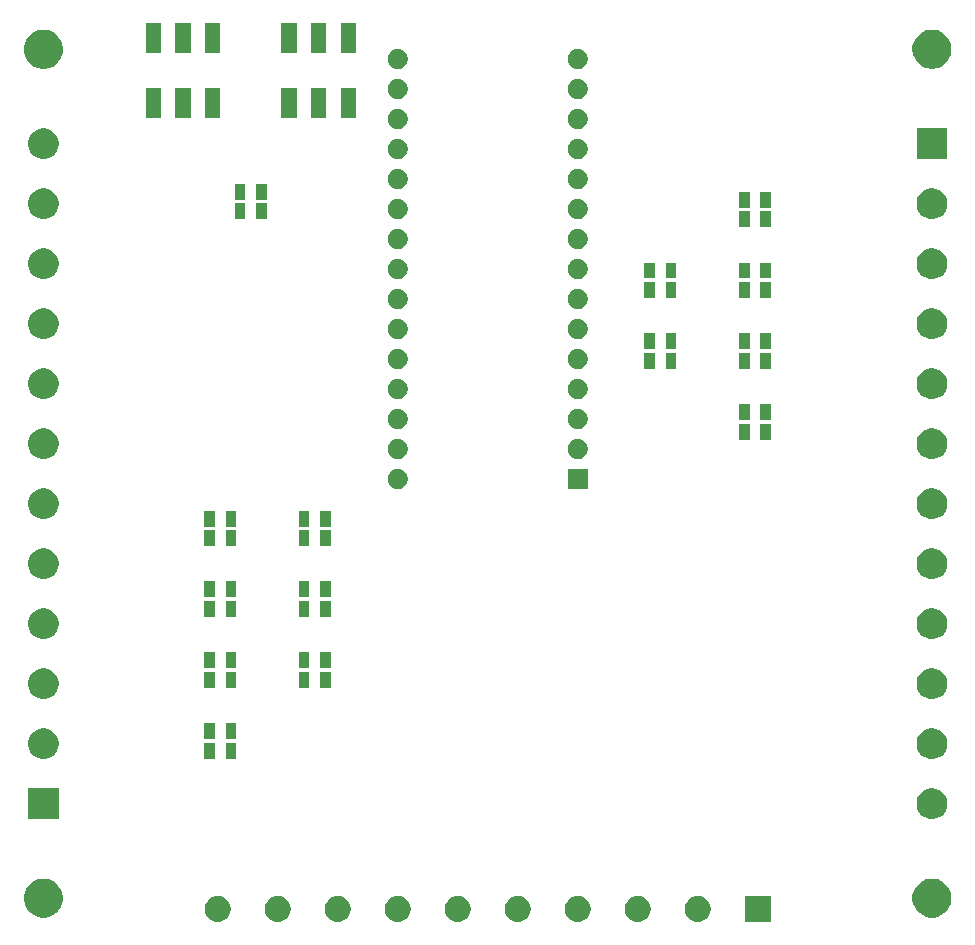
<source format=gbr>
G04 #@! TF.GenerationSoftware,KiCad,Pcbnew,(5.1.5)-3*
G04 #@! TF.CreationDate,2020-07-03T21:37:29-07:00*
G04 #@! TF.ProjectId,Arduino_control_board,41726475-696e-46f5-9f63-6f6e74726f6c,rev?*
G04 #@! TF.SameCoordinates,Original*
G04 #@! TF.FileFunction,Soldermask,Top*
G04 #@! TF.FilePolarity,Negative*
%FSLAX46Y46*%
G04 Gerber Fmt 4.6, Leading zero omitted, Abs format (unit mm)*
G04 Created by KiCad (PCBNEW (5.1.5)-3) date 2020-07-03 21:37:29*
%MOMM*%
%LPD*%
G04 APERTURE LIST*
%ADD10C,0.100000*%
G04 APERTURE END LIST*
D10*
G36*
X149734795Y-103145156D02*
G01*
X149841150Y-103166311D01*
X149941334Y-103207809D01*
X150041520Y-103249307D01*
X150221844Y-103369795D01*
X150375205Y-103523156D01*
X150495693Y-103703480D01*
X150578689Y-103903851D01*
X150621000Y-104116560D01*
X150621000Y-104333440D01*
X150578689Y-104546149D01*
X150495693Y-104746520D01*
X150375205Y-104926844D01*
X150221844Y-105080205D01*
X150041520Y-105200693D01*
X149841150Y-105283689D01*
X149734794Y-105304845D01*
X149628440Y-105326000D01*
X149411560Y-105326000D01*
X149305206Y-105304845D01*
X149198850Y-105283689D01*
X148998480Y-105200693D01*
X148818156Y-105080205D01*
X148664795Y-104926844D01*
X148544307Y-104746520D01*
X148461311Y-104546149D01*
X148419000Y-104333440D01*
X148419000Y-104116560D01*
X148461311Y-103903851D01*
X148544307Y-103703480D01*
X148664795Y-103523156D01*
X148818156Y-103369795D01*
X148998480Y-103249307D01*
X149098666Y-103207809D01*
X149198850Y-103166311D01*
X149305205Y-103145156D01*
X149411560Y-103124000D01*
X149628440Y-103124000D01*
X149734795Y-103145156D01*
G37*
G36*
X190374795Y-103145156D02*
G01*
X190481150Y-103166311D01*
X190581334Y-103207809D01*
X190681520Y-103249307D01*
X190861844Y-103369795D01*
X191015205Y-103523156D01*
X191135693Y-103703480D01*
X191218689Y-103903851D01*
X191261000Y-104116560D01*
X191261000Y-104333440D01*
X191218689Y-104546149D01*
X191135693Y-104746520D01*
X191015205Y-104926844D01*
X190861844Y-105080205D01*
X190681520Y-105200693D01*
X190481150Y-105283689D01*
X190374794Y-105304845D01*
X190268440Y-105326000D01*
X190051560Y-105326000D01*
X189945206Y-105304845D01*
X189838850Y-105283689D01*
X189638480Y-105200693D01*
X189458156Y-105080205D01*
X189304795Y-104926844D01*
X189184307Y-104746520D01*
X189101311Y-104546149D01*
X189059000Y-104333440D01*
X189059000Y-104116560D01*
X189101311Y-103903851D01*
X189184307Y-103703480D01*
X189304795Y-103523156D01*
X189458156Y-103369795D01*
X189638480Y-103249307D01*
X189738666Y-103207809D01*
X189838850Y-103166311D01*
X189945205Y-103145156D01*
X190051560Y-103124000D01*
X190268440Y-103124000D01*
X190374795Y-103145156D01*
G37*
G36*
X196341000Y-105326000D02*
G01*
X194139000Y-105326000D01*
X194139000Y-103124000D01*
X196341000Y-103124000D01*
X196341000Y-105326000D01*
G37*
G36*
X185294795Y-103145156D02*
G01*
X185401150Y-103166311D01*
X185501334Y-103207809D01*
X185601520Y-103249307D01*
X185781844Y-103369795D01*
X185935205Y-103523156D01*
X186055693Y-103703480D01*
X186138689Y-103903851D01*
X186181000Y-104116560D01*
X186181000Y-104333440D01*
X186138689Y-104546149D01*
X186055693Y-104746520D01*
X185935205Y-104926844D01*
X185781844Y-105080205D01*
X185601520Y-105200693D01*
X185401150Y-105283689D01*
X185294794Y-105304845D01*
X185188440Y-105326000D01*
X184971560Y-105326000D01*
X184865206Y-105304845D01*
X184758850Y-105283689D01*
X184558480Y-105200693D01*
X184378156Y-105080205D01*
X184224795Y-104926844D01*
X184104307Y-104746520D01*
X184021311Y-104546149D01*
X183979000Y-104333440D01*
X183979000Y-104116560D01*
X184021311Y-103903851D01*
X184104307Y-103703480D01*
X184224795Y-103523156D01*
X184378156Y-103369795D01*
X184558480Y-103249307D01*
X184658666Y-103207809D01*
X184758850Y-103166311D01*
X184865205Y-103145156D01*
X184971560Y-103124000D01*
X185188440Y-103124000D01*
X185294795Y-103145156D01*
G37*
G36*
X180214795Y-103145156D02*
G01*
X180321150Y-103166311D01*
X180421334Y-103207809D01*
X180521520Y-103249307D01*
X180701844Y-103369795D01*
X180855205Y-103523156D01*
X180975693Y-103703480D01*
X181058689Y-103903851D01*
X181101000Y-104116560D01*
X181101000Y-104333440D01*
X181058689Y-104546149D01*
X180975693Y-104746520D01*
X180855205Y-104926844D01*
X180701844Y-105080205D01*
X180521520Y-105200693D01*
X180321150Y-105283689D01*
X180214794Y-105304845D01*
X180108440Y-105326000D01*
X179891560Y-105326000D01*
X179785206Y-105304845D01*
X179678850Y-105283689D01*
X179478480Y-105200693D01*
X179298156Y-105080205D01*
X179144795Y-104926844D01*
X179024307Y-104746520D01*
X178941311Y-104546149D01*
X178899000Y-104333440D01*
X178899000Y-104116560D01*
X178941311Y-103903851D01*
X179024307Y-103703480D01*
X179144795Y-103523156D01*
X179298156Y-103369795D01*
X179478480Y-103249307D01*
X179578666Y-103207809D01*
X179678850Y-103166311D01*
X179785205Y-103145156D01*
X179891560Y-103124000D01*
X180108440Y-103124000D01*
X180214795Y-103145156D01*
G37*
G36*
X175134795Y-103145156D02*
G01*
X175241150Y-103166311D01*
X175341334Y-103207809D01*
X175441520Y-103249307D01*
X175621844Y-103369795D01*
X175775205Y-103523156D01*
X175895693Y-103703480D01*
X175978689Y-103903851D01*
X176021000Y-104116560D01*
X176021000Y-104333440D01*
X175978689Y-104546149D01*
X175895693Y-104746520D01*
X175775205Y-104926844D01*
X175621844Y-105080205D01*
X175441520Y-105200693D01*
X175241150Y-105283689D01*
X175134794Y-105304845D01*
X175028440Y-105326000D01*
X174811560Y-105326000D01*
X174705206Y-105304845D01*
X174598850Y-105283689D01*
X174398480Y-105200693D01*
X174218156Y-105080205D01*
X174064795Y-104926844D01*
X173944307Y-104746520D01*
X173861311Y-104546149D01*
X173819000Y-104333440D01*
X173819000Y-104116560D01*
X173861311Y-103903851D01*
X173944307Y-103703480D01*
X174064795Y-103523156D01*
X174218156Y-103369795D01*
X174398480Y-103249307D01*
X174498666Y-103207809D01*
X174598850Y-103166311D01*
X174705205Y-103145156D01*
X174811560Y-103124000D01*
X175028440Y-103124000D01*
X175134795Y-103145156D01*
G37*
G36*
X164974795Y-103145156D02*
G01*
X165081150Y-103166311D01*
X165181334Y-103207809D01*
X165281520Y-103249307D01*
X165461844Y-103369795D01*
X165615205Y-103523156D01*
X165735693Y-103703480D01*
X165818689Y-103903851D01*
X165861000Y-104116560D01*
X165861000Y-104333440D01*
X165818689Y-104546149D01*
X165735693Y-104746520D01*
X165615205Y-104926844D01*
X165461844Y-105080205D01*
X165281520Y-105200693D01*
X165081150Y-105283689D01*
X164974794Y-105304845D01*
X164868440Y-105326000D01*
X164651560Y-105326000D01*
X164545206Y-105304845D01*
X164438850Y-105283689D01*
X164238480Y-105200693D01*
X164058156Y-105080205D01*
X163904795Y-104926844D01*
X163784307Y-104746520D01*
X163701311Y-104546149D01*
X163659000Y-104333440D01*
X163659000Y-104116560D01*
X163701311Y-103903851D01*
X163784307Y-103703480D01*
X163904795Y-103523156D01*
X164058156Y-103369795D01*
X164238480Y-103249307D01*
X164338666Y-103207809D01*
X164438850Y-103166311D01*
X164545205Y-103145156D01*
X164651560Y-103124000D01*
X164868440Y-103124000D01*
X164974795Y-103145156D01*
G37*
G36*
X170054795Y-103145156D02*
G01*
X170161150Y-103166311D01*
X170261334Y-103207809D01*
X170361520Y-103249307D01*
X170541844Y-103369795D01*
X170695205Y-103523156D01*
X170815693Y-103703480D01*
X170898689Y-103903851D01*
X170941000Y-104116560D01*
X170941000Y-104333440D01*
X170898689Y-104546149D01*
X170815693Y-104746520D01*
X170695205Y-104926844D01*
X170541844Y-105080205D01*
X170361520Y-105200693D01*
X170161150Y-105283689D01*
X170054794Y-105304845D01*
X169948440Y-105326000D01*
X169731560Y-105326000D01*
X169625206Y-105304845D01*
X169518850Y-105283689D01*
X169318480Y-105200693D01*
X169138156Y-105080205D01*
X168984795Y-104926844D01*
X168864307Y-104746520D01*
X168781311Y-104546149D01*
X168739000Y-104333440D01*
X168739000Y-104116560D01*
X168781311Y-103903851D01*
X168864307Y-103703480D01*
X168984795Y-103523156D01*
X169138156Y-103369795D01*
X169318480Y-103249307D01*
X169418666Y-103207809D01*
X169518850Y-103166311D01*
X169625205Y-103145156D01*
X169731560Y-103124000D01*
X169948440Y-103124000D01*
X170054795Y-103145156D01*
G37*
G36*
X154814795Y-103145156D02*
G01*
X154921150Y-103166311D01*
X155021334Y-103207809D01*
X155121520Y-103249307D01*
X155301844Y-103369795D01*
X155455205Y-103523156D01*
X155575693Y-103703480D01*
X155658689Y-103903851D01*
X155701000Y-104116560D01*
X155701000Y-104333440D01*
X155658689Y-104546149D01*
X155575693Y-104746520D01*
X155455205Y-104926844D01*
X155301844Y-105080205D01*
X155121520Y-105200693D01*
X154921150Y-105283689D01*
X154814794Y-105304845D01*
X154708440Y-105326000D01*
X154491560Y-105326000D01*
X154385206Y-105304845D01*
X154278850Y-105283689D01*
X154078480Y-105200693D01*
X153898156Y-105080205D01*
X153744795Y-104926844D01*
X153624307Y-104746520D01*
X153541311Y-104546149D01*
X153499000Y-104333440D01*
X153499000Y-104116560D01*
X153541311Y-103903851D01*
X153624307Y-103703480D01*
X153744795Y-103523156D01*
X153898156Y-103369795D01*
X154078480Y-103249307D01*
X154178666Y-103207809D01*
X154278850Y-103166311D01*
X154385205Y-103145156D01*
X154491560Y-103124000D01*
X154708440Y-103124000D01*
X154814795Y-103145156D01*
G37*
G36*
X159894795Y-103145156D02*
G01*
X160001150Y-103166311D01*
X160101334Y-103207809D01*
X160201520Y-103249307D01*
X160381844Y-103369795D01*
X160535205Y-103523156D01*
X160655693Y-103703480D01*
X160738689Y-103903851D01*
X160781000Y-104116560D01*
X160781000Y-104333440D01*
X160738689Y-104546149D01*
X160655693Y-104746520D01*
X160535205Y-104926844D01*
X160381844Y-105080205D01*
X160201520Y-105200693D01*
X160001150Y-105283689D01*
X159894794Y-105304845D01*
X159788440Y-105326000D01*
X159571560Y-105326000D01*
X159465206Y-105304845D01*
X159358850Y-105283689D01*
X159158480Y-105200693D01*
X158978156Y-105080205D01*
X158824795Y-104926844D01*
X158704307Y-104746520D01*
X158621311Y-104546149D01*
X158579000Y-104333440D01*
X158579000Y-104116560D01*
X158621311Y-103903851D01*
X158704307Y-103703480D01*
X158824795Y-103523156D01*
X158978156Y-103369795D01*
X159158480Y-103249307D01*
X159258666Y-103207809D01*
X159358850Y-103166311D01*
X159465205Y-103145156D01*
X159571560Y-103124000D01*
X159788440Y-103124000D01*
X159894795Y-103145156D01*
G37*
G36*
X135135256Y-101711298D02*
G01*
X135241579Y-101732447D01*
X135542042Y-101856903D01*
X135812451Y-102037585D01*
X136042415Y-102267549D01*
X136223097Y-102537958D01*
X136347553Y-102838421D01*
X136411000Y-103157391D01*
X136411000Y-103482609D01*
X136347553Y-103801579D01*
X136223097Y-104102042D01*
X136042415Y-104372451D01*
X135812451Y-104602415D01*
X135542042Y-104783097D01*
X135241579Y-104907553D01*
X135144596Y-104926844D01*
X134922611Y-104971000D01*
X134597389Y-104971000D01*
X134375404Y-104926844D01*
X134278421Y-104907553D01*
X133977958Y-104783097D01*
X133707549Y-104602415D01*
X133477585Y-104372451D01*
X133296903Y-104102042D01*
X133172447Y-103801579D01*
X133109000Y-103482609D01*
X133109000Y-103157391D01*
X133172447Y-102838421D01*
X133296903Y-102537958D01*
X133477585Y-102267549D01*
X133707549Y-102037585D01*
X133977958Y-101856903D01*
X134278421Y-101732447D01*
X134384744Y-101711298D01*
X134597389Y-101669000D01*
X134922611Y-101669000D01*
X135135256Y-101711298D01*
G37*
G36*
X210375256Y-101711298D02*
G01*
X210481579Y-101732447D01*
X210782042Y-101856903D01*
X211052451Y-102037585D01*
X211282415Y-102267549D01*
X211463097Y-102537958D01*
X211587553Y-102838421D01*
X211651000Y-103157391D01*
X211651000Y-103482609D01*
X211587553Y-103801579D01*
X211463097Y-104102042D01*
X211282415Y-104372451D01*
X211052451Y-104602415D01*
X210782042Y-104783097D01*
X210481579Y-104907553D01*
X210384596Y-104926844D01*
X210162611Y-104971000D01*
X209837389Y-104971000D01*
X209615404Y-104926844D01*
X209518421Y-104907553D01*
X209217958Y-104783097D01*
X208947549Y-104602415D01*
X208717585Y-104372451D01*
X208536903Y-104102042D01*
X208412447Y-103801579D01*
X208349000Y-103482609D01*
X208349000Y-103157391D01*
X208412447Y-102838421D01*
X208536903Y-102537958D01*
X208717585Y-102267549D01*
X208947549Y-102037585D01*
X209217958Y-101856903D01*
X209518421Y-101732447D01*
X209624744Y-101711298D01*
X209837389Y-101669000D01*
X210162611Y-101669000D01*
X210375256Y-101711298D01*
G37*
G36*
X210379487Y-94068996D02*
G01*
X210616253Y-94167068D01*
X210616255Y-94167069D01*
X210829339Y-94309447D01*
X211010553Y-94490661D01*
X211152932Y-94703747D01*
X211251004Y-94940513D01*
X211301000Y-95191861D01*
X211301000Y-95448139D01*
X211251004Y-95699487D01*
X211152932Y-95936253D01*
X211152931Y-95936255D01*
X211010553Y-96149339D01*
X210829339Y-96330553D01*
X210616255Y-96472931D01*
X210616254Y-96472932D01*
X210616253Y-96472932D01*
X210379487Y-96571004D01*
X210128139Y-96621000D01*
X209871861Y-96621000D01*
X209620513Y-96571004D01*
X209383747Y-96472932D01*
X209383746Y-96472932D01*
X209383745Y-96472931D01*
X209170661Y-96330553D01*
X208989447Y-96149339D01*
X208847069Y-95936255D01*
X208847068Y-95936253D01*
X208748996Y-95699487D01*
X208699000Y-95448139D01*
X208699000Y-95191861D01*
X208748996Y-94940513D01*
X208847068Y-94703747D01*
X208989447Y-94490661D01*
X209170661Y-94309447D01*
X209383745Y-94167069D01*
X209383747Y-94167068D01*
X209620513Y-94068996D01*
X209871861Y-94019000D01*
X210128139Y-94019000D01*
X210379487Y-94068996D01*
G37*
G36*
X136061000Y-96621000D02*
G01*
X133459000Y-96621000D01*
X133459000Y-94019000D01*
X136061000Y-94019000D01*
X136061000Y-96621000D01*
G37*
G36*
X135139487Y-88988996D02*
G01*
X135376253Y-89087068D01*
X135376255Y-89087069D01*
X135397104Y-89101000D01*
X135589339Y-89229447D01*
X135770553Y-89410661D01*
X135912932Y-89623747D01*
X136011004Y-89860513D01*
X136061000Y-90111861D01*
X136061000Y-90368139D01*
X136011004Y-90619487D01*
X135912932Y-90856253D01*
X135912931Y-90856255D01*
X135770553Y-91069339D01*
X135589339Y-91250553D01*
X135376255Y-91392931D01*
X135376254Y-91392932D01*
X135376253Y-91392932D01*
X135139487Y-91491004D01*
X134888139Y-91541000D01*
X134631861Y-91541000D01*
X134380513Y-91491004D01*
X134143747Y-91392932D01*
X134143746Y-91392932D01*
X134143745Y-91392931D01*
X133930661Y-91250553D01*
X133749447Y-91069339D01*
X133607069Y-90856255D01*
X133607068Y-90856253D01*
X133508996Y-90619487D01*
X133459000Y-90368139D01*
X133459000Y-90111861D01*
X133508996Y-89860513D01*
X133607068Y-89623747D01*
X133749447Y-89410661D01*
X133930661Y-89229447D01*
X134122896Y-89101000D01*
X134143745Y-89087069D01*
X134143747Y-89087068D01*
X134380513Y-88988996D01*
X134631861Y-88939000D01*
X134888139Y-88939000D01*
X135139487Y-88988996D01*
G37*
G36*
X210379487Y-88988996D02*
G01*
X210616253Y-89087068D01*
X210616255Y-89087069D01*
X210637104Y-89101000D01*
X210829339Y-89229447D01*
X211010553Y-89410661D01*
X211152932Y-89623747D01*
X211251004Y-89860513D01*
X211301000Y-90111861D01*
X211301000Y-90368139D01*
X211251004Y-90619487D01*
X211152932Y-90856253D01*
X211152931Y-90856255D01*
X211010553Y-91069339D01*
X210829339Y-91250553D01*
X210616255Y-91392931D01*
X210616254Y-91392932D01*
X210616253Y-91392932D01*
X210379487Y-91491004D01*
X210128139Y-91541000D01*
X209871861Y-91541000D01*
X209620513Y-91491004D01*
X209383747Y-91392932D01*
X209383746Y-91392932D01*
X209383745Y-91392931D01*
X209170661Y-91250553D01*
X208989447Y-91069339D01*
X208847069Y-90856255D01*
X208847068Y-90856253D01*
X208748996Y-90619487D01*
X208699000Y-90368139D01*
X208699000Y-90111861D01*
X208748996Y-89860513D01*
X208847068Y-89623747D01*
X208989447Y-89410661D01*
X209170661Y-89229447D01*
X209362896Y-89101000D01*
X209383745Y-89087069D01*
X209383747Y-89087068D01*
X209620513Y-88988996D01*
X209871861Y-88939000D01*
X210128139Y-88939000D01*
X210379487Y-88988996D01*
G37*
G36*
X151094160Y-91501000D02*
G01*
X150192160Y-91501000D01*
X150192160Y-90149000D01*
X151094160Y-90149000D01*
X151094160Y-91501000D01*
G37*
G36*
X149294160Y-91501000D02*
G01*
X148392160Y-91501000D01*
X148392160Y-90149000D01*
X149294160Y-90149000D01*
X149294160Y-91501000D01*
G37*
G36*
X149294160Y-89851000D02*
G01*
X148392160Y-89851000D01*
X148392160Y-88499000D01*
X149294160Y-88499000D01*
X149294160Y-89851000D01*
G37*
G36*
X151094160Y-89851000D02*
G01*
X150192160Y-89851000D01*
X150192160Y-88499000D01*
X151094160Y-88499000D01*
X151094160Y-89851000D01*
G37*
G36*
X210379487Y-83908996D02*
G01*
X210616253Y-84007068D01*
X210616255Y-84007069D01*
X210828670Y-84149000D01*
X210829339Y-84149447D01*
X211010553Y-84330661D01*
X211152932Y-84543747D01*
X211251004Y-84780513D01*
X211301000Y-85031861D01*
X211301000Y-85288139D01*
X211251004Y-85539487D01*
X211152932Y-85776253D01*
X211152931Y-85776255D01*
X211010553Y-85989339D01*
X210829339Y-86170553D01*
X210616255Y-86312931D01*
X210616254Y-86312932D01*
X210616253Y-86312932D01*
X210379487Y-86411004D01*
X210128139Y-86461000D01*
X209871861Y-86461000D01*
X209620513Y-86411004D01*
X209383747Y-86312932D01*
X209383746Y-86312932D01*
X209383745Y-86312931D01*
X209170661Y-86170553D01*
X208989447Y-85989339D01*
X208847069Y-85776255D01*
X208847068Y-85776253D01*
X208748996Y-85539487D01*
X208699000Y-85288139D01*
X208699000Y-85031861D01*
X208748996Y-84780513D01*
X208847068Y-84543747D01*
X208989447Y-84330661D01*
X209170661Y-84149447D01*
X209171330Y-84149000D01*
X209383745Y-84007069D01*
X209383747Y-84007068D01*
X209620513Y-83908996D01*
X209871861Y-83859000D01*
X210128139Y-83859000D01*
X210379487Y-83908996D01*
G37*
G36*
X135139487Y-83908996D02*
G01*
X135376253Y-84007068D01*
X135376255Y-84007069D01*
X135588670Y-84149000D01*
X135589339Y-84149447D01*
X135770553Y-84330661D01*
X135912932Y-84543747D01*
X136011004Y-84780513D01*
X136061000Y-85031861D01*
X136061000Y-85288139D01*
X136011004Y-85539487D01*
X135912932Y-85776253D01*
X135912931Y-85776255D01*
X135770553Y-85989339D01*
X135589339Y-86170553D01*
X135376255Y-86312931D01*
X135376254Y-86312932D01*
X135376253Y-86312932D01*
X135139487Y-86411004D01*
X134888139Y-86461000D01*
X134631861Y-86461000D01*
X134380513Y-86411004D01*
X134143747Y-86312932D01*
X134143746Y-86312932D01*
X134143745Y-86312931D01*
X133930661Y-86170553D01*
X133749447Y-85989339D01*
X133607069Y-85776255D01*
X133607068Y-85776253D01*
X133508996Y-85539487D01*
X133459000Y-85288139D01*
X133459000Y-85031861D01*
X133508996Y-84780513D01*
X133607068Y-84543747D01*
X133749447Y-84330661D01*
X133930661Y-84149447D01*
X133931330Y-84149000D01*
X134143745Y-84007069D01*
X134143747Y-84007068D01*
X134380513Y-83908996D01*
X134631861Y-83859000D01*
X134888139Y-83859000D01*
X135139487Y-83908996D01*
G37*
G36*
X157294160Y-85501000D02*
G01*
X156392160Y-85501000D01*
X156392160Y-84149000D01*
X157294160Y-84149000D01*
X157294160Y-85501000D01*
G37*
G36*
X159094160Y-85501000D02*
G01*
X158192160Y-85501000D01*
X158192160Y-84149000D01*
X159094160Y-84149000D01*
X159094160Y-85501000D01*
G37*
G36*
X149294160Y-85501000D02*
G01*
X148392160Y-85501000D01*
X148392160Y-84149000D01*
X149294160Y-84149000D01*
X149294160Y-85501000D01*
G37*
G36*
X151094160Y-85501000D02*
G01*
X150192160Y-85501000D01*
X150192160Y-84149000D01*
X151094160Y-84149000D01*
X151094160Y-85501000D01*
G37*
G36*
X151094160Y-83851000D02*
G01*
X150192160Y-83851000D01*
X150192160Y-82499000D01*
X151094160Y-82499000D01*
X151094160Y-83851000D01*
G37*
G36*
X159094160Y-83851000D02*
G01*
X158192160Y-83851000D01*
X158192160Y-82499000D01*
X159094160Y-82499000D01*
X159094160Y-83851000D01*
G37*
G36*
X149294160Y-83851000D02*
G01*
X148392160Y-83851000D01*
X148392160Y-82499000D01*
X149294160Y-82499000D01*
X149294160Y-83851000D01*
G37*
G36*
X157294160Y-83851000D02*
G01*
X156392160Y-83851000D01*
X156392160Y-82499000D01*
X157294160Y-82499000D01*
X157294160Y-83851000D01*
G37*
G36*
X135139487Y-78828996D02*
G01*
X135376253Y-78927068D01*
X135376255Y-78927069D01*
X135589339Y-79069447D01*
X135770553Y-79250661D01*
X135912932Y-79463747D01*
X136011004Y-79700513D01*
X136061000Y-79951861D01*
X136061000Y-80208139D01*
X136011004Y-80459487D01*
X135912932Y-80696253D01*
X135912931Y-80696255D01*
X135770553Y-80909339D01*
X135589339Y-81090553D01*
X135376255Y-81232931D01*
X135376254Y-81232932D01*
X135376253Y-81232932D01*
X135139487Y-81331004D01*
X134888139Y-81381000D01*
X134631861Y-81381000D01*
X134380513Y-81331004D01*
X134143747Y-81232932D01*
X134143746Y-81232932D01*
X134143745Y-81232931D01*
X133930661Y-81090553D01*
X133749447Y-80909339D01*
X133607069Y-80696255D01*
X133607068Y-80696253D01*
X133508996Y-80459487D01*
X133459000Y-80208139D01*
X133459000Y-79951861D01*
X133508996Y-79700513D01*
X133607068Y-79463747D01*
X133749447Y-79250661D01*
X133930661Y-79069447D01*
X134143745Y-78927069D01*
X134143747Y-78927068D01*
X134380513Y-78828996D01*
X134631861Y-78779000D01*
X134888139Y-78779000D01*
X135139487Y-78828996D01*
G37*
G36*
X210379487Y-78828996D02*
G01*
X210616253Y-78927068D01*
X210616255Y-78927069D01*
X210829339Y-79069447D01*
X211010553Y-79250661D01*
X211152932Y-79463747D01*
X211251004Y-79700513D01*
X211301000Y-79951861D01*
X211301000Y-80208139D01*
X211251004Y-80459487D01*
X211152932Y-80696253D01*
X211152931Y-80696255D01*
X211010553Y-80909339D01*
X210829339Y-81090553D01*
X210616255Y-81232931D01*
X210616254Y-81232932D01*
X210616253Y-81232932D01*
X210379487Y-81331004D01*
X210128139Y-81381000D01*
X209871861Y-81381000D01*
X209620513Y-81331004D01*
X209383747Y-81232932D01*
X209383746Y-81232932D01*
X209383745Y-81232931D01*
X209170661Y-81090553D01*
X208989447Y-80909339D01*
X208847069Y-80696255D01*
X208847068Y-80696253D01*
X208748996Y-80459487D01*
X208699000Y-80208139D01*
X208699000Y-79951861D01*
X208748996Y-79700513D01*
X208847068Y-79463747D01*
X208989447Y-79250661D01*
X209170661Y-79069447D01*
X209383745Y-78927069D01*
X209383747Y-78927068D01*
X209620513Y-78828996D01*
X209871861Y-78779000D01*
X210128139Y-78779000D01*
X210379487Y-78828996D01*
G37*
G36*
X149294160Y-79501000D02*
G01*
X148392160Y-79501000D01*
X148392160Y-78149000D01*
X149294160Y-78149000D01*
X149294160Y-79501000D01*
G37*
G36*
X151094160Y-79501000D02*
G01*
X150192160Y-79501000D01*
X150192160Y-78149000D01*
X151094160Y-78149000D01*
X151094160Y-79501000D01*
G37*
G36*
X157294160Y-79501000D02*
G01*
X156392160Y-79501000D01*
X156392160Y-78149000D01*
X157294160Y-78149000D01*
X157294160Y-79501000D01*
G37*
G36*
X159094160Y-79501000D02*
G01*
X158192160Y-79501000D01*
X158192160Y-78149000D01*
X159094160Y-78149000D01*
X159094160Y-79501000D01*
G37*
G36*
X159094160Y-77851000D02*
G01*
X158192160Y-77851000D01*
X158192160Y-76499000D01*
X159094160Y-76499000D01*
X159094160Y-77851000D01*
G37*
G36*
X151094160Y-77851000D02*
G01*
X150192160Y-77851000D01*
X150192160Y-76499000D01*
X151094160Y-76499000D01*
X151094160Y-77851000D01*
G37*
G36*
X157294160Y-77851000D02*
G01*
X156392160Y-77851000D01*
X156392160Y-76499000D01*
X157294160Y-76499000D01*
X157294160Y-77851000D01*
G37*
G36*
X149294160Y-77851000D02*
G01*
X148392160Y-77851000D01*
X148392160Y-76499000D01*
X149294160Y-76499000D01*
X149294160Y-77851000D01*
G37*
G36*
X135139487Y-73748996D02*
G01*
X135376253Y-73847068D01*
X135376255Y-73847069D01*
X135589339Y-73989447D01*
X135770553Y-74170661D01*
X135912932Y-74383747D01*
X136011004Y-74620513D01*
X136061000Y-74871861D01*
X136061000Y-75128139D01*
X136011004Y-75379487D01*
X135912932Y-75616253D01*
X135912931Y-75616255D01*
X135770553Y-75829339D01*
X135589339Y-76010553D01*
X135376255Y-76152931D01*
X135376254Y-76152932D01*
X135376253Y-76152932D01*
X135139487Y-76251004D01*
X134888139Y-76301000D01*
X134631861Y-76301000D01*
X134380513Y-76251004D01*
X134143747Y-76152932D01*
X134143746Y-76152932D01*
X134143745Y-76152931D01*
X133930661Y-76010553D01*
X133749447Y-75829339D01*
X133607069Y-75616255D01*
X133607068Y-75616253D01*
X133508996Y-75379487D01*
X133459000Y-75128139D01*
X133459000Y-74871861D01*
X133508996Y-74620513D01*
X133607068Y-74383747D01*
X133749447Y-74170661D01*
X133930661Y-73989447D01*
X134143745Y-73847069D01*
X134143747Y-73847068D01*
X134380513Y-73748996D01*
X134631861Y-73699000D01*
X134888139Y-73699000D01*
X135139487Y-73748996D01*
G37*
G36*
X210379487Y-73748996D02*
G01*
X210616253Y-73847068D01*
X210616255Y-73847069D01*
X210829339Y-73989447D01*
X211010553Y-74170661D01*
X211152932Y-74383747D01*
X211251004Y-74620513D01*
X211301000Y-74871861D01*
X211301000Y-75128139D01*
X211251004Y-75379487D01*
X211152932Y-75616253D01*
X211152931Y-75616255D01*
X211010553Y-75829339D01*
X210829339Y-76010553D01*
X210616255Y-76152931D01*
X210616254Y-76152932D01*
X210616253Y-76152932D01*
X210379487Y-76251004D01*
X210128139Y-76301000D01*
X209871861Y-76301000D01*
X209620513Y-76251004D01*
X209383747Y-76152932D01*
X209383746Y-76152932D01*
X209383745Y-76152931D01*
X209170661Y-76010553D01*
X208989447Y-75829339D01*
X208847069Y-75616255D01*
X208847068Y-75616253D01*
X208748996Y-75379487D01*
X208699000Y-75128139D01*
X208699000Y-74871861D01*
X208748996Y-74620513D01*
X208847068Y-74383747D01*
X208989447Y-74170661D01*
X209170661Y-73989447D01*
X209383745Y-73847069D01*
X209383747Y-73847068D01*
X209620513Y-73748996D01*
X209871861Y-73699000D01*
X210128139Y-73699000D01*
X210379487Y-73748996D01*
G37*
G36*
X149294160Y-73501000D02*
G01*
X148392160Y-73501000D01*
X148392160Y-72149000D01*
X149294160Y-72149000D01*
X149294160Y-73501000D01*
G37*
G36*
X151094160Y-73501000D02*
G01*
X150192160Y-73501000D01*
X150192160Y-72149000D01*
X151094160Y-72149000D01*
X151094160Y-73501000D01*
G37*
G36*
X157294160Y-73501000D02*
G01*
X156392160Y-73501000D01*
X156392160Y-72149000D01*
X157294160Y-72149000D01*
X157294160Y-73501000D01*
G37*
G36*
X159094160Y-73501000D02*
G01*
X158192160Y-73501000D01*
X158192160Y-72149000D01*
X159094160Y-72149000D01*
X159094160Y-73501000D01*
G37*
G36*
X159094160Y-71851000D02*
G01*
X158192160Y-71851000D01*
X158192160Y-70499000D01*
X159094160Y-70499000D01*
X159094160Y-71851000D01*
G37*
G36*
X151094160Y-71851000D02*
G01*
X150192160Y-71851000D01*
X150192160Y-70499000D01*
X151094160Y-70499000D01*
X151094160Y-71851000D01*
G37*
G36*
X157294160Y-71851000D02*
G01*
X156392160Y-71851000D01*
X156392160Y-70499000D01*
X157294160Y-70499000D01*
X157294160Y-71851000D01*
G37*
G36*
X149294160Y-71851000D02*
G01*
X148392160Y-71851000D01*
X148392160Y-70499000D01*
X149294160Y-70499000D01*
X149294160Y-71851000D01*
G37*
G36*
X135139487Y-68668996D02*
G01*
X135376253Y-68767068D01*
X135376255Y-68767069D01*
X135589339Y-68909447D01*
X135770553Y-69090661D01*
X135912932Y-69303747D01*
X136011004Y-69540513D01*
X136061000Y-69791861D01*
X136061000Y-70048139D01*
X136011004Y-70299487D01*
X135928363Y-70499000D01*
X135912931Y-70536255D01*
X135770553Y-70749339D01*
X135589339Y-70930553D01*
X135376255Y-71072931D01*
X135376254Y-71072932D01*
X135376253Y-71072932D01*
X135139487Y-71171004D01*
X134888139Y-71221000D01*
X134631861Y-71221000D01*
X134380513Y-71171004D01*
X134143747Y-71072932D01*
X134143746Y-71072932D01*
X134143745Y-71072931D01*
X133930661Y-70930553D01*
X133749447Y-70749339D01*
X133607069Y-70536255D01*
X133591637Y-70499000D01*
X133508996Y-70299487D01*
X133459000Y-70048139D01*
X133459000Y-69791861D01*
X133508996Y-69540513D01*
X133607068Y-69303747D01*
X133749447Y-69090661D01*
X133930661Y-68909447D01*
X134143745Y-68767069D01*
X134143747Y-68767068D01*
X134380513Y-68668996D01*
X134631861Y-68619000D01*
X134888139Y-68619000D01*
X135139487Y-68668996D01*
G37*
G36*
X210379487Y-68668996D02*
G01*
X210616253Y-68767068D01*
X210616255Y-68767069D01*
X210829339Y-68909447D01*
X211010553Y-69090661D01*
X211152932Y-69303747D01*
X211251004Y-69540513D01*
X211301000Y-69791861D01*
X211301000Y-70048139D01*
X211251004Y-70299487D01*
X211168363Y-70499000D01*
X211152931Y-70536255D01*
X211010553Y-70749339D01*
X210829339Y-70930553D01*
X210616255Y-71072931D01*
X210616254Y-71072932D01*
X210616253Y-71072932D01*
X210379487Y-71171004D01*
X210128139Y-71221000D01*
X209871861Y-71221000D01*
X209620513Y-71171004D01*
X209383747Y-71072932D01*
X209383746Y-71072932D01*
X209383745Y-71072931D01*
X209170661Y-70930553D01*
X208989447Y-70749339D01*
X208847069Y-70536255D01*
X208831637Y-70499000D01*
X208748996Y-70299487D01*
X208699000Y-70048139D01*
X208699000Y-69791861D01*
X208748996Y-69540513D01*
X208847068Y-69303747D01*
X208989447Y-69090661D01*
X209170661Y-68909447D01*
X209383745Y-68767069D01*
X209383747Y-68767068D01*
X209620513Y-68668996D01*
X209871861Y-68619000D01*
X210128139Y-68619000D01*
X210379487Y-68668996D01*
G37*
G36*
X180851000Y-68676000D02*
G01*
X179149000Y-68676000D01*
X179149000Y-66974000D01*
X180851000Y-66974000D01*
X180851000Y-68676000D01*
G37*
G36*
X165008228Y-67006703D02*
G01*
X165163100Y-67070853D01*
X165302481Y-67163985D01*
X165421015Y-67282519D01*
X165514147Y-67421900D01*
X165578297Y-67576772D01*
X165611000Y-67741184D01*
X165611000Y-67908816D01*
X165578297Y-68073228D01*
X165514147Y-68228100D01*
X165421015Y-68367481D01*
X165302481Y-68486015D01*
X165163100Y-68579147D01*
X165008228Y-68643297D01*
X164843816Y-68676000D01*
X164676184Y-68676000D01*
X164511772Y-68643297D01*
X164356900Y-68579147D01*
X164217519Y-68486015D01*
X164098985Y-68367481D01*
X164005853Y-68228100D01*
X163941703Y-68073228D01*
X163909000Y-67908816D01*
X163909000Y-67741184D01*
X163941703Y-67576772D01*
X164005853Y-67421900D01*
X164098985Y-67282519D01*
X164217519Y-67163985D01*
X164356900Y-67070853D01*
X164511772Y-67006703D01*
X164676184Y-66974000D01*
X164843816Y-66974000D01*
X165008228Y-67006703D01*
G37*
G36*
X135139487Y-63588996D02*
G01*
X135289177Y-63651000D01*
X135376255Y-63687069D01*
X135589339Y-63829447D01*
X135770553Y-64010661D01*
X135912932Y-64223747D01*
X136011004Y-64460513D01*
X136061000Y-64711861D01*
X136061000Y-64968139D01*
X136011004Y-65219487D01*
X135912932Y-65456253D01*
X135912931Y-65456255D01*
X135770553Y-65669339D01*
X135589339Y-65850553D01*
X135376255Y-65992931D01*
X135376254Y-65992932D01*
X135376253Y-65992932D01*
X135139487Y-66091004D01*
X134888139Y-66141000D01*
X134631861Y-66141000D01*
X134380513Y-66091004D01*
X134143747Y-65992932D01*
X134143746Y-65992932D01*
X134143745Y-65992931D01*
X133930661Y-65850553D01*
X133749447Y-65669339D01*
X133607069Y-65456255D01*
X133607068Y-65456253D01*
X133508996Y-65219487D01*
X133459000Y-64968139D01*
X133459000Y-64711861D01*
X133508996Y-64460513D01*
X133607068Y-64223747D01*
X133749447Y-64010661D01*
X133930661Y-63829447D01*
X134143745Y-63687069D01*
X134230823Y-63651000D01*
X134380513Y-63588996D01*
X134631861Y-63539000D01*
X134888139Y-63539000D01*
X135139487Y-63588996D01*
G37*
G36*
X210379487Y-63588996D02*
G01*
X210529177Y-63651000D01*
X210616255Y-63687069D01*
X210829339Y-63829447D01*
X211010553Y-64010661D01*
X211152932Y-64223747D01*
X211251004Y-64460513D01*
X211301000Y-64711861D01*
X211301000Y-64968139D01*
X211251004Y-65219487D01*
X211152932Y-65456253D01*
X211152931Y-65456255D01*
X211010553Y-65669339D01*
X210829339Y-65850553D01*
X210616255Y-65992931D01*
X210616254Y-65992932D01*
X210616253Y-65992932D01*
X210379487Y-66091004D01*
X210128139Y-66141000D01*
X209871861Y-66141000D01*
X209620513Y-66091004D01*
X209383747Y-65992932D01*
X209383746Y-65992932D01*
X209383745Y-65992931D01*
X209170661Y-65850553D01*
X208989447Y-65669339D01*
X208847069Y-65456255D01*
X208847068Y-65456253D01*
X208748996Y-65219487D01*
X208699000Y-64968139D01*
X208699000Y-64711861D01*
X208748996Y-64460513D01*
X208847068Y-64223747D01*
X208989447Y-64010661D01*
X209170661Y-63829447D01*
X209383745Y-63687069D01*
X209470823Y-63651000D01*
X209620513Y-63588996D01*
X209871861Y-63539000D01*
X210128139Y-63539000D01*
X210379487Y-63588996D01*
G37*
G36*
X165008228Y-64466703D02*
G01*
X165163100Y-64530853D01*
X165302481Y-64623985D01*
X165421015Y-64742519D01*
X165514147Y-64881900D01*
X165578297Y-65036772D01*
X165611000Y-65201184D01*
X165611000Y-65368816D01*
X165578297Y-65533228D01*
X165514147Y-65688100D01*
X165421015Y-65827481D01*
X165302481Y-65946015D01*
X165163100Y-66039147D01*
X165008228Y-66103297D01*
X164843816Y-66136000D01*
X164676184Y-66136000D01*
X164511772Y-66103297D01*
X164356900Y-66039147D01*
X164217519Y-65946015D01*
X164098985Y-65827481D01*
X164005853Y-65688100D01*
X163941703Y-65533228D01*
X163909000Y-65368816D01*
X163909000Y-65201184D01*
X163941703Y-65036772D01*
X164005853Y-64881900D01*
X164098985Y-64742519D01*
X164217519Y-64623985D01*
X164356900Y-64530853D01*
X164511772Y-64466703D01*
X164676184Y-64434000D01*
X164843816Y-64434000D01*
X165008228Y-64466703D01*
G37*
G36*
X180248228Y-64466703D02*
G01*
X180403100Y-64530853D01*
X180542481Y-64623985D01*
X180661015Y-64742519D01*
X180754147Y-64881900D01*
X180818297Y-65036772D01*
X180851000Y-65201184D01*
X180851000Y-65368816D01*
X180818297Y-65533228D01*
X180754147Y-65688100D01*
X180661015Y-65827481D01*
X180542481Y-65946015D01*
X180403100Y-66039147D01*
X180248228Y-66103297D01*
X180083816Y-66136000D01*
X179916184Y-66136000D01*
X179751772Y-66103297D01*
X179596900Y-66039147D01*
X179457519Y-65946015D01*
X179338985Y-65827481D01*
X179245853Y-65688100D01*
X179181703Y-65533228D01*
X179149000Y-65368816D01*
X179149000Y-65201184D01*
X179181703Y-65036772D01*
X179245853Y-64881900D01*
X179338985Y-64742519D01*
X179457519Y-64623985D01*
X179596900Y-64530853D01*
X179751772Y-64466703D01*
X179916184Y-64434000D01*
X180083816Y-64434000D01*
X180248228Y-64466703D01*
G37*
G36*
X196351000Y-64501000D02*
G01*
X195449000Y-64501000D01*
X195449000Y-63149000D01*
X196351000Y-63149000D01*
X196351000Y-64501000D01*
G37*
G36*
X194551000Y-64501000D02*
G01*
X193649000Y-64501000D01*
X193649000Y-63149000D01*
X194551000Y-63149000D01*
X194551000Y-64501000D01*
G37*
G36*
X165008228Y-61926703D02*
G01*
X165163100Y-61990853D01*
X165302481Y-62083985D01*
X165421015Y-62202519D01*
X165514147Y-62341900D01*
X165578297Y-62496772D01*
X165611000Y-62661184D01*
X165611000Y-62828816D01*
X165578297Y-62993228D01*
X165514147Y-63148100D01*
X165421015Y-63287481D01*
X165302481Y-63406015D01*
X165163100Y-63499147D01*
X165008228Y-63563297D01*
X164843816Y-63596000D01*
X164676184Y-63596000D01*
X164511772Y-63563297D01*
X164356900Y-63499147D01*
X164217519Y-63406015D01*
X164098985Y-63287481D01*
X164005853Y-63148100D01*
X163941703Y-62993228D01*
X163909000Y-62828816D01*
X163909000Y-62661184D01*
X163941703Y-62496772D01*
X164005853Y-62341900D01*
X164098985Y-62202519D01*
X164217519Y-62083985D01*
X164356900Y-61990853D01*
X164511772Y-61926703D01*
X164676184Y-61894000D01*
X164843816Y-61894000D01*
X165008228Y-61926703D01*
G37*
G36*
X180248228Y-61926703D02*
G01*
X180403100Y-61990853D01*
X180542481Y-62083985D01*
X180661015Y-62202519D01*
X180754147Y-62341900D01*
X180818297Y-62496772D01*
X180851000Y-62661184D01*
X180851000Y-62828816D01*
X180818297Y-62993228D01*
X180754147Y-63148100D01*
X180661015Y-63287481D01*
X180542481Y-63406015D01*
X180403100Y-63499147D01*
X180248228Y-63563297D01*
X180083816Y-63596000D01*
X179916184Y-63596000D01*
X179751772Y-63563297D01*
X179596900Y-63499147D01*
X179457519Y-63406015D01*
X179338985Y-63287481D01*
X179245853Y-63148100D01*
X179181703Y-62993228D01*
X179149000Y-62828816D01*
X179149000Y-62661184D01*
X179181703Y-62496772D01*
X179245853Y-62341900D01*
X179338985Y-62202519D01*
X179457519Y-62083985D01*
X179596900Y-61990853D01*
X179751772Y-61926703D01*
X179916184Y-61894000D01*
X180083816Y-61894000D01*
X180248228Y-61926703D01*
G37*
G36*
X196351000Y-62851000D02*
G01*
X195449000Y-62851000D01*
X195449000Y-61499000D01*
X196351000Y-61499000D01*
X196351000Y-62851000D01*
G37*
G36*
X194551000Y-62851000D02*
G01*
X193649000Y-62851000D01*
X193649000Y-61499000D01*
X194551000Y-61499000D01*
X194551000Y-62851000D01*
G37*
G36*
X135139487Y-58508996D02*
G01*
X135376253Y-58607068D01*
X135376255Y-58607069D01*
X135589339Y-58749447D01*
X135770553Y-58930661D01*
X135912932Y-59143747D01*
X136011004Y-59380513D01*
X136061000Y-59631861D01*
X136061000Y-59888139D01*
X136011004Y-60139487D01*
X135912932Y-60376253D01*
X135912931Y-60376255D01*
X135770553Y-60589339D01*
X135589339Y-60770553D01*
X135376255Y-60912931D01*
X135376254Y-60912932D01*
X135376253Y-60912932D01*
X135139487Y-61011004D01*
X134888139Y-61061000D01*
X134631861Y-61061000D01*
X134380513Y-61011004D01*
X134143747Y-60912932D01*
X134143746Y-60912932D01*
X134143745Y-60912931D01*
X133930661Y-60770553D01*
X133749447Y-60589339D01*
X133607069Y-60376255D01*
X133607068Y-60376253D01*
X133508996Y-60139487D01*
X133459000Y-59888139D01*
X133459000Y-59631861D01*
X133508996Y-59380513D01*
X133607068Y-59143747D01*
X133749447Y-58930661D01*
X133930661Y-58749447D01*
X134143745Y-58607069D01*
X134143747Y-58607068D01*
X134380513Y-58508996D01*
X134631861Y-58459000D01*
X134888139Y-58459000D01*
X135139487Y-58508996D01*
G37*
G36*
X210379487Y-58508996D02*
G01*
X210616253Y-58607068D01*
X210616255Y-58607069D01*
X210829339Y-58749447D01*
X211010553Y-58930661D01*
X211152932Y-59143747D01*
X211251004Y-59380513D01*
X211301000Y-59631861D01*
X211301000Y-59888139D01*
X211251004Y-60139487D01*
X211152932Y-60376253D01*
X211152931Y-60376255D01*
X211010553Y-60589339D01*
X210829339Y-60770553D01*
X210616255Y-60912931D01*
X210616254Y-60912932D01*
X210616253Y-60912932D01*
X210379487Y-61011004D01*
X210128139Y-61061000D01*
X209871861Y-61061000D01*
X209620513Y-61011004D01*
X209383747Y-60912932D01*
X209383746Y-60912932D01*
X209383745Y-60912931D01*
X209170661Y-60770553D01*
X208989447Y-60589339D01*
X208847069Y-60376255D01*
X208847068Y-60376253D01*
X208748996Y-60139487D01*
X208699000Y-59888139D01*
X208699000Y-59631861D01*
X208748996Y-59380513D01*
X208847068Y-59143747D01*
X208989447Y-58930661D01*
X209170661Y-58749447D01*
X209383745Y-58607069D01*
X209383747Y-58607068D01*
X209620513Y-58508996D01*
X209871861Y-58459000D01*
X210128139Y-58459000D01*
X210379487Y-58508996D01*
G37*
G36*
X165008228Y-59386703D02*
G01*
X165163100Y-59450853D01*
X165302481Y-59543985D01*
X165421015Y-59662519D01*
X165514147Y-59801900D01*
X165578297Y-59956772D01*
X165611000Y-60121184D01*
X165611000Y-60288816D01*
X165578297Y-60453228D01*
X165514147Y-60608100D01*
X165421015Y-60747481D01*
X165302481Y-60866015D01*
X165163100Y-60959147D01*
X165008228Y-61023297D01*
X164843816Y-61056000D01*
X164676184Y-61056000D01*
X164511772Y-61023297D01*
X164356900Y-60959147D01*
X164217519Y-60866015D01*
X164098985Y-60747481D01*
X164005853Y-60608100D01*
X163941703Y-60453228D01*
X163909000Y-60288816D01*
X163909000Y-60121184D01*
X163941703Y-59956772D01*
X164005853Y-59801900D01*
X164098985Y-59662519D01*
X164217519Y-59543985D01*
X164356900Y-59450853D01*
X164511772Y-59386703D01*
X164676184Y-59354000D01*
X164843816Y-59354000D01*
X165008228Y-59386703D01*
G37*
G36*
X180248228Y-59386703D02*
G01*
X180403100Y-59450853D01*
X180542481Y-59543985D01*
X180661015Y-59662519D01*
X180754147Y-59801900D01*
X180818297Y-59956772D01*
X180851000Y-60121184D01*
X180851000Y-60288816D01*
X180818297Y-60453228D01*
X180754147Y-60608100D01*
X180661015Y-60747481D01*
X180542481Y-60866015D01*
X180403100Y-60959147D01*
X180248228Y-61023297D01*
X180083816Y-61056000D01*
X179916184Y-61056000D01*
X179751772Y-61023297D01*
X179596900Y-60959147D01*
X179457519Y-60866015D01*
X179338985Y-60747481D01*
X179245853Y-60608100D01*
X179181703Y-60453228D01*
X179149000Y-60288816D01*
X179149000Y-60121184D01*
X179181703Y-59956772D01*
X179245853Y-59801900D01*
X179338985Y-59662519D01*
X179457519Y-59543985D01*
X179596900Y-59450853D01*
X179751772Y-59386703D01*
X179916184Y-59354000D01*
X180083816Y-59354000D01*
X180248228Y-59386703D01*
G37*
G36*
X165008228Y-56846703D02*
G01*
X165163100Y-56910853D01*
X165302481Y-57003985D01*
X165421015Y-57122519D01*
X165514147Y-57261900D01*
X165578297Y-57416772D01*
X165611000Y-57581184D01*
X165611000Y-57748816D01*
X165578297Y-57913228D01*
X165514147Y-58068100D01*
X165421015Y-58207481D01*
X165302481Y-58326015D01*
X165163100Y-58419147D01*
X165008228Y-58483297D01*
X164843816Y-58516000D01*
X164676184Y-58516000D01*
X164511772Y-58483297D01*
X164356900Y-58419147D01*
X164217519Y-58326015D01*
X164098985Y-58207481D01*
X164005853Y-58068100D01*
X163941703Y-57913228D01*
X163909000Y-57748816D01*
X163909000Y-57581184D01*
X163941703Y-57416772D01*
X164005853Y-57261900D01*
X164098985Y-57122519D01*
X164217519Y-57003985D01*
X164356900Y-56910853D01*
X164511772Y-56846703D01*
X164676184Y-56814000D01*
X164843816Y-56814000D01*
X165008228Y-56846703D01*
G37*
G36*
X180248228Y-56846703D02*
G01*
X180403100Y-56910853D01*
X180542481Y-57003985D01*
X180661015Y-57122519D01*
X180754147Y-57261900D01*
X180818297Y-57416772D01*
X180851000Y-57581184D01*
X180851000Y-57748816D01*
X180818297Y-57913228D01*
X180754147Y-58068100D01*
X180661015Y-58207481D01*
X180542481Y-58326015D01*
X180403100Y-58419147D01*
X180248228Y-58483297D01*
X180083816Y-58516000D01*
X179916184Y-58516000D01*
X179751772Y-58483297D01*
X179596900Y-58419147D01*
X179457519Y-58326015D01*
X179338985Y-58207481D01*
X179245853Y-58068100D01*
X179181703Y-57913228D01*
X179149000Y-57748816D01*
X179149000Y-57581184D01*
X179181703Y-57416772D01*
X179245853Y-57261900D01*
X179338985Y-57122519D01*
X179457519Y-57003985D01*
X179596900Y-56910853D01*
X179751772Y-56846703D01*
X179916184Y-56814000D01*
X180083816Y-56814000D01*
X180248228Y-56846703D01*
G37*
G36*
X188351000Y-58501000D02*
G01*
X187449000Y-58501000D01*
X187449000Y-57149000D01*
X188351000Y-57149000D01*
X188351000Y-58501000D01*
G37*
G36*
X196351000Y-58501000D02*
G01*
X195449000Y-58501000D01*
X195449000Y-57149000D01*
X196351000Y-57149000D01*
X196351000Y-58501000D01*
G37*
G36*
X186551000Y-58501000D02*
G01*
X185649000Y-58501000D01*
X185649000Y-57149000D01*
X186551000Y-57149000D01*
X186551000Y-58501000D01*
G37*
G36*
X194551000Y-58501000D02*
G01*
X193649000Y-58501000D01*
X193649000Y-57149000D01*
X194551000Y-57149000D01*
X194551000Y-58501000D01*
G37*
G36*
X194551000Y-56851000D02*
G01*
X193649000Y-56851000D01*
X193649000Y-55499000D01*
X194551000Y-55499000D01*
X194551000Y-56851000D01*
G37*
G36*
X188351000Y-56851000D02*
G01*
X187449000Y-56851000D01*
X187449000Y-55499000D01*
X188351000Y-55499000D01*
X188351000Y-56851000D01*
G37*
G36*
X196351000Y-56851000D02*
G01*
X195449000Y-56851000D01*
X195449000Y-55499000D01*
X196351000Y-55499000D01*
X196351000Y-56851000D01*
G37*
G36*
X186551000Y-56851000D02*
G01*
X185649000Y-56851000D01*
X185649000Y-55499000D01*
X186551000Y-55499000D01*
X186551000Y-56851000D01*
G37*
G36*
X210379487Y-53428996D02*
G01*
X210616253Y-53527068D01*
X210616255Y-53527069D01*
X210829339Y-53669447D01*
X211010553Y-53850661D01*
X211152932Y-54063747D01*
X211251004Y-54300513D01*
X211301000Y-54551861D01*
X211301000Y-54808139D01*
X211251004Y-55059487D01*
X211152932Y-55296253D01*
X211152931Y-55296255D01*
X211010553Y-55509339D01*
X210829339Y-55690553D01*
X210616255Y-55832931D01*
X210616254Y-55832932D01*
X210616253Y-55832932D01*
X210379487Y-55931004D01*
X210128139Y-55981000D01*
X209871861Y-55981000D01*
X209620513Y-55931004D01*
X209383747Y-55832932D01*
X209383746Y-55832932D01*
X209383745Y-55832931D01*
X209170661Y-55690553D01*
X208989447Y-55509339D01*
X208847069Y-55296255D01*
X208847068Y-55296253D01*
X208748996Y-55059487D01*
X208699000Y-54808139D01*
X208699000Y-54551861D01*
X208748996Y-54300513D01*
X208847068Y-54063747D01*
X208989447Y-53850661D01*
X209170661Y-53669447D01*
X209383745Y-53527069D01*
X209383747Y-53527068D01*
X209620513Y-53428996D01*
X209871861Y-53379000D01*
X210128139Y-53379000D01*
X210379487Y-53428996D01*
G37*
G36*
X135139487Y-53428996D02*
G01*
X135376253Y-53527068D01*
X135376255Y-53527069D01*
X135589339Y-53669447D01*
X135770553Y-53850661D01*
X135912932Y-54063747D01*
X136011004Y-54300513D01*
X136061000Y-54551861D01*
X136061000Y-54808139D01*
X136011004Y-55059487D01*
X135912932Y-55296253D01*
X135912931Y-55296255D01*
X135770553Y-55509339D01*
X135589339Y-55690553D01*
X135376255Y-55832931D01*
X135376254Y-55832932D01*
X135376253Y-55832932D01*
X135139487Y-55931004D01*
X134888139Y-55981000D01*
X134631861Y-55981000D01*
X134380513Y-55931004D01*
X134143747Y-55832932D01*
X134143746Y-55832932D01*
X134143745Y-55832931D01*
X133930661Y-55690553D01*
X133749447Y-55509339D01*
X133607069Y-55296255D01*
X133607068Y-55296253D01*
X133508996Y-55059487D01*
X133459000Y-54808139D01*
X133459000Y-54551861D01*
X133508996Y-54300513D01*
X133607068Y-54063747D01*
X133749447Y-53850661D01*
X133930661Y-53669447D01*
X134143745Y-53527069D01*
X134143747Y-53527068D01*
X134380513Y-53428996D01*
X134631861Y-53379000D01*
X134888139Y-53379000D01*
X135139487Y-53428996D01*
G37*
G36*
X165008228Y-54306703D02*
G01*
X165163100Y-54370853D01*
X165302481Y-54463985D01*
X165421015Y-54582519D01*
X165514147Y-54721900D01*
X165578297Y-54876772D01*
X165611000Y-55041184D01*
X165611000Y-55208816D01*
X165578297Y-55373228D01*
X165514147Y-55528100D01*
X165421015Y-55667481D01*
X165302481Y-55786015D01*
X165163100Y-55879147D01*
X165008228Y-55943297D01*
X164843816Y-55976000D01*
X164676184Y-55976000D01*
X164511772Y-55943297D01*
X164356900Y-55879147D01*
X164217519Y-55786015D01*
X164098985Y-55667481D01*
X164005853Y-55528100D01*
X163941703Y-55373228D01*
X163909000Y-55208816D01*
X163909000Y-55041184D01*
X163941703Y-54876772D01*
X164005853Y-54721900D01*
X164098985Y-54582519D01*
X164217519Y-54463985D01*
X164356900Y-54370853D01*
X164511772Y-54306703D01*
X164676184Y-54274000D01*
X164843816Y-54274000D01*
X165008228Y-54306703D01*
G37*
G36*
X180248228Y-54306703D02*
G01*
X180403100Y-54370853D01*
X180542481Y-54463985D01*
X180661015Y-54582519D01*
X180754147Y-54721900D01*
X180818297Y-54876772D01*
X180851000Y-55041184D01*
X180851000Y-55208816D01*
X180818297Y-55373228D01*
X180754147Y-55528100D01*
X180661015Y-55667481D01*
X180542481Y-55786015D01*
X180403100Y-55879147D01*
X180248228Y-55943297D01*
X180083816Y-55976000D01*
X179916184Y-55976000D01*
X179751772Y-55943297D01*
X179596900Y-55879147D01*
X179457519Y-55786015D01*
X179338985Y-55667481D01*
X179245853Y-55528100D01*
X179181703Y-55373228D01*
X179149000Y-55208816D01*
X179149000Y-55041184D01*
X179181703Y-54876772D01*
X179245853Y-54721900D01*
X179338985Y-54582519D01*
X179457519Y-54463985D01*
X179596900Y-54370853D01*
X179751772Y-54306703D01*
X179916184Y-54274000D01*
X180083816Y-54274000D01*
X180248228Y-54306703D01*
G37*
G36*
X165008228Y-51766703D02*
G01*
X165163100Y-51830853D01*
X165302481Y-51923985D01*
X165421015Y-52042519D01*
X165514147Y-52181900D01*
X165578297Y-52336772D01*
X165611000Y-52501184D01*
X165611000Y-52668816D01*
X165578297Y-52833228D01*
X165514147Y-52988100D01*
X165421015Y-53127481D01*
X165302481Y-53246015D01*
X165163100Y-53339147D01*
X165008228Y-53403297D01*
X164843816Y-53436000D01*
X164676184Y-53436000D01*
X164511772Y-53403297D01*
X164356900Y-53339147D01*
X164217519Y-53246015D01*
X164098985Y-53127481D01*
X164005853Y-52988100D01*
X163941703Y-52833228D01*
X163909000Y-52668816D01*
X163909000Y-52501184D01*
X163941703Y-52336772D01*
X164005853Y-52181900D01*
X164098985Y-52042519D01*
X164217519Y-51923985D01*
X164356900Y-51830853D01*
X164511772Y-51766703D01*
X164676184Y-51734000D01*
X164843816Y-51734000D01*
X165008228Y-51766703D01*
G37*
G36*
X180248228Y-51766703D02*
G01*
X180403100Y-51830853D01*
X180542481Y-51923985D01*
X180661015Y-52042519D01*
X180754147Y-52181900D01*
X180818297Y-52336772D01*
X180851000Y-52501184D01*
X180851000Y-52668816D01*
X180818297Y-52833228D01*
X180754147Y-52988100D01*
X180661015Y-53127481D01*
X180542481Y-53246015D01*
X180403100Y-53339147D01*
X180248228Y-53403297D01*
X180083816Y-53436000D01*
X179916184Y-53436000D01*
X179751772Y-53403297D01*
X179596900Y-53339147D01*
X179457519Y-53246015D01*
X179338985Y-53127481D01*
X179245853Y-52988100D01*
X179181703Y-52833228D01*
X179149000Y-52668816D01*
X179149000Y-52501184D01*
X179181703Y-52336772D01*
X179245853Y-52181900D01*
X179338985Y-52042519D01*
X179457519Y-51923985D01*
X179596900Y-51830853D01*
X179751772Y-51766703D01*
X179916184Y-51734000D01*
X180083816Y-51734000D01*
X180248228Y-51766703D01*
G37*
G36*
X194551000Y-52501000D02*
G01*
X193649000Y-52501000D01*
X193649000Y-51149000D01*
X194551000Y-51149000D01*
X194551000Y-52501000D01*
G37*
G36*
X196351000Y-52501000D02*
G01*
X195449000Y-52501000D01*
X195449000Y-51149000D01*
X196351000Y-51149000D01*
X196351000Y-52501000D01*
G37*
G36*
X186551000Y-52501000D02*
G01*
X185649000Y-52501000D01*
X185649000Y-51149000D01*
X186551000Y-51149000D01*
X186551000Y-52501000D01*
G37*
G36*
X188351000Y-52501000D02*
G01*
X187449000Y-52501000D01*
X187449000Y-51149000D01*
X188351000Y-51149000D01*
X188351000Y-52501000D01*
G37*
G36*
X135139487Y-48348996D02*
G01*
X135376253Y-48447068D01*
X135376255Y-48447069D01*
X135589339Y-48589447D01*
X135770553Y-48770661D01*
X135912932Y-48983747D01*
X136011004Y-49220513D01*
X136061000Y-49471861D01*
X136061000Y-49728139D01*
X136011004Y-49979487D01*
X135912932Y-50216253D01*
X135912931Y-50216255D01*
X135770553Y-50429339D01*
X135589339Y-50610553D01*
X135376255Y-50752931D01*
X135376254Y-50752932D01*
X135376253Y-50752932D01*
X135139487Y-50851004D01*
X134888139Y-50901000D01*
X134631861Y-50901000D01*
X134380513Y-50851004D01*
X134143747Y-50752932D01*
X134143746Y-50752932D01*
X134143745Y-50752931D01*
X133930661Y-50610553D01*
X133749447Y-50429339D01*
X133607069Y-50216255D01*
X133607068Y-50216253D01*
X133508996Y-49979487D01*
X133459000Y-49728139D01*
X133459000Y-49471861D01*
X133508996Y-49220513D01*
X133607068Y-48983747D01*
X133749447Y-48770661D01*
X133930661Y-48589447D01*
X134143745Y-48447069D01*
X134143747Y-48447068D01*
X134380513Y-48348996D01*
X134631861Y-48299000D01*
X134888139Y-48299000D01*
X135139487Y-48348996D01*
G37*
G36*
X210379487Y-48348996D02*
G01*
X210616253Y-48447068D01*
X210616255Y-48447069D01*
X210829339Y-48589447D01*
X211010553Y-48770661D01*
X211152932Y-48983747D01*
X211251004Y-49220513D01*
X211301000Y-49471861D01*
X211301000Y-49728139D01*
X211251004Y-49979487D01*
X211152932Y-50216253D01*
X211152931Y-50216255D01*
X211010553Y-50429339D01*
X210829339Y-50610553D01*
X210616255Y-50752931D01*
X210616254Y-50752932D01*
X210616253Y-50752932D01*
X210379487Y-50851004D01*
X210128139Y-50901000D01*
X209871861Y-50901000D01*
X209620513Y-50851004D01*
X209383747Y-50752932D01*
X209383746Y-50752932D01*
X209383745Y-50752931D01*
X209170661Y-50610553D01*
X208989447Y-50429339D01*
X208847069Y-50216255D01*
X208847068Y-50216253D01*
X208748996Y-49979487D01*
X208699000Y-49728139D01*
X208699000Y-49471861D01*
X208748996Y-49220513D01*
X208847068Y-48983747D01*
X208989447Y-48770661D01*
X209170661Y-48589447D01*
X209383745Y-48447069D01*
X209383747Y-48447068D01*
X209620513Y-48348996D01*
X209871861Y-48299000D01*
X210128139Y-48299000D01*
X210379487Y-48348996D01*
G37*
G36*
X165008228Y-49226703D02*
G01*
X165163100Y-49290853D01*
X165302481Y-49383985D01*
X165421015Y-49502519D01*
X165514147Y-49641900D01*
X165578297Y-49796772D01*
X165611000Y-49961184D01*
X165611000Y-50128816D01*
X165578297Y-50293228D01*
X165514147Y-50448100D01*
X165421015Y-50587481D01*
X165302481Y-50706015D01*
X165163100Y-50799147D01*
X165008228Y-50863297D01*
X164843816Y-50896000D01*
X164676184Y-50896000D01*
X164511772Y-50863297D01*
X164356900Y-50799147D01*
X164217519Y-50706015D01*
X164098985Y-50587481D01*
X164005853Y-50448100D01*
X163941703Y-50293228D01*
X163909000Y-50128816D01*
X163909000Y-49961184D01*
X163941703Y-49796772D01*
X164005853Y-49641900D01*
X164098985Y-49502519D01*
X164217519Y-49383985D01*
X164356900Y-49290853D01*
X164511772Y-49226703D01*
X164676184Y-49194000D01*
X164843816Y-49194000D01*
X165008228Y-49226703D01*
G37*
G36*
X180248228Y-49226703D02*
G01*
X180403100Y-49290853D01*
X180542481Y-49383985D01*
X180661015Y-49502519D01*
X180754147Y-49641900D01*
X180818297Y-49796772D01*
X180851000Y-49961184D01*
X180851000Y-50128816D01*
X180818297Y-50293228D01*
X180754147Y-50448100D01*
X180661015Y-50587481D01*
X180542481Y-50706015D01*
X180403100Y-50799147D01*
X180248228Y-50863297D01*
X180083816Y-50896000D01*
X179916184Y-50896000D01*
X179751772Y-50863297D01*
X179596900Y-50799147D01*
X179457519Y-50706015D01*
X179338985Y-50587481D01*
X179245853Y-50448100D01*
X179181703Y-50293228D01*
X179149000Y-50128816D01*
X179149000Y-49961184D01*
X179181703Y-49796772D01*
X179245853Y-49641900D01*
X179338985Y-49502519D01*
X179457519Y-49383985D01*
X179596900Y-49290853D01*
X179751772Y-49226703D01*
X179916184Y-49194000D01*
X180083816Y-49194000D01*
X180248228Y-49226703D01*
G37*
G36*
X194551000Y-50851000D02*
G01*
X193649000Y-50851000D01*
X193649000Y-49499000D01*
X194551000Y-49499000D01*
X194551000Y-50851000D01*
G37*
G36*
X196351000Y-50851000D02*
G01*
X195449000Y-50851000D01*
X195449000Y-49499000D01*
X196351000Y-49499000D01*
X196351000Y-50851000D01*
G37*
G36*
X186551000Y-50851000D02*
G01*
X185649000Y-50851000D01*
X185649000Y-49499000D01*
X186551000Y-49499000D01*
X186551000Y-50851000D01*
G37*
G36*
X188351000Y-50851000D02*
G01*
X187449000Y-50851000D01*
X187449000Y-49499000D01*
X188351000Y-49499000D01*
X188351000Y-50851000D01*
G37*
G36*
X180248228Y-46686703D02*
G01*
X180403100Y-46750853D01*
X180542481Y-46843985D01*
X180661015Y-46962519D01*
X180754147Y-47101900D01*
X180818297Y-47256772D01*
X180851000Y-47421184D01*
X180851000Y-47588816D01*
X180818297Y-47753228D01*
X180754147Y-47908100D01*
X180661015Y-48047481D01*
X180542481Y-48166015D01*
X180403100Y-48259147D01*
X180248228Y-48323297D01*
X180083816Y-48356000D01*
X179916184Y-48356000D01*
X179751772Y-48323297D01*
X179596900Y-48259147D01*
X179457519Y-48166015D01*
X179338985Y-48047481D01*
X179245853Y-47908100D01*
X179181703Y-47753228D01*
X179149000Y-47588816D01*
X179149000Y-47421184D01*
X179181703Y-47256772D01*
X179245853Y-47101900D01*
X179338985Y-46962519D01*
X179457519Y-46843985D01*
X179596900Y-46750853D01*
X179751772Y-46686703D01*
X179916184Y-46654000D01*
X180083816Y-46654000D01*
X180248228Y-46686703D01*
G37*
G36*
X165008228Y-46686703D02*
G01*
X165163100Y-46750853D01*
X165302481Y-46843985D01*
X165421015Y-46962519D01*
X165514147Y-47101900D01*
X165578297Y-47256772D01*
X165611000Y-47421184D01*
X165611000Y-47588816D01*
X165578297Y-47753228D01*
X165514147Y-47908100D01*
X165421015Y-48047481D01*
X165302481Y-48166015D01*
X165163100Y-48259147D01*
X165008228Y-48323297D01*
X164843816Y-48356000D01*
X164676184Y-48356000D01*
X164511772Y-48323297D01*
X164356900Y-48259147D01*
X164217519Y-48166015D01*
X164098985Y-48047481D01*
X164005853Y-47908100D01*
X163941703Y-47753228D01*
X163909000Y-47588816D01*
X163909000Y-47421184D01*
X163941703Y-47256772D01*
X164005853Y-47101900D01*
X164098985Y-46962519D01*
X164217519Y-46843985D01*
X164356900Y-46750853D01*
X164511772Y-46686703D01*
X164676184Y-46654000D01*
X164843816Y-46654000D01*
X165008228Y-46686703D01*
G37*
G36*
X194551000Y-46501000D02*
G01*
X193649000Y-46501000D01*
X193649000Y-45149000D01*
X194551000Y-45149000D01*
X194551000Y-46501000D01*
G37*
G36*
X196351000Y-46501000D02*
G01*
X195449000Y-46501000D01*
X195449000Y-45149000D01*
X196351000Y-45149000D01*
X196351000Y-46501000D01*
G37*
G36*
X151876000Y-45851000D02*
G01*
X150974000Y-45851000D01*
X150974000Y-44499000D01*
X151876000Y-44499000D01*
X151876000Y-45851000D01*
G37*
G36*
X153676000Y-45851000D02*
G01*
X152774000Y-45851000D01*
X152774000Y-44499000D01*
X153676000Y-44499000D01*
X153676000Y-45851000D01*
G37*
G36*
X210379487Y-43268996D02*
G01*
X210616253Y-43367068D01*
X210616255Y-43367069D01*
X210741867Y-43451000D01*
X210829339Y-43509447D01*
X211010553Y-43690661D01*
X211152932Y-43903747D01*
X211251004Y-44140513D01*
X211301000Y-44391861D01*
X211301000Y-44648139D01*
X211251004Y-44899487D01*
X211152932Y-45136253D01*
X211152931Y-45136255D01*
X211010553Y-45349339D01*
X210829339Y-45530553D01*
X210616255Y-45672931D01*
X210616254Y-45672932D01*
X210616253Y-45672932D01*
X210379487Y-45771004D01*
X210128139Y-45821000D01*
X209871861Y-45821000D01*
X209620513Y-45771004D01*
X209383747Y-45672932D01*
X209383746Y-45672932D01*
X209383745Y-45672931D01*
X209170661Y-45530553D01*
X208989447Y-45349339D01*
X208847069Y-45136255D01*
X208847068Y-45136253D01*
X208748996Y-44899487D01*
X208699000Y-44648139D01*
X208699000Y-44391861D01*
X208748996Y-44140513D01*
X208847068Y-43903747D01*
X208989447Y-43690661D01*
X209170661Y-43509447D01*
X209258133Y-43451000D01*
X209383745Y-43367069D01*
X209383747Y-43367068D01*
X209620513Y-43268996D01*
X209871861Y-43219000D01*
X210128139Y-43219000D01*
X210379487Y-43268996D01*
G37*
G36*
X135139487Y-43268996D02*
G01*
X135376253Y-43367068D01*
X135376255Y-43367069D01*
X135501867Y-43451000D01*
X135589339Y-43509447D01*
X135770553Y-43690661D01*
X135912932Y-43903747D01*
X136011004Y-44140513D01*
X136061000Y-44391861D01*
X136061000Y-44648139D01*
X136011004Y-44899487D01*
X135912932Y-45136253D01*
X135912931Y-45136255D01*
X135770553Y-45349339D01*
X135589339Y-45530553D01*
X135376255Y-45672931D01*
X135376254Y-45672932D01*
X135376253Y-45672932D01*
X135139487Y-45771004D01*
X134888139Y-45821000D01*
X134631861Y-45821000D01*
X134380513Y-45771004D01*
X134143747Y-45672932D01*
X134143746Y-45672932D01*
X134143745Y-45672931D01*
X133930661Y-45530553D01*
X133749447Y-45349339D01*
X133607069Y-45136255D01*
X133607068Y-45136253D01*
X133508996Y-44899487D01*
X133459000Y-44648139D01*
X133459000Y-44391861D01*
X133508996Y-44140513D01*
X133607068Y-43903747D01*
X133749447Y-43690661D01*
X133930661Y-43509447D01*
X134018133Y-43451000D01*
X134143745Y-43367069D01*
X134143747Y-43367068D01*
X134380513Y-43268996D01*
X134631861Y-43219000D01*
X134888139Y-43219000D01*
X135139487Y-43268996D01*
G37*
G36*
X180248228Y-44146703D02*
G01*
X180403100Y-44210853D01*
X180542481Y-44303985D01*
X180661015Y-44422519D01*
X180754147Y-44561900D01*
X180818297Y-44716772D01*
X180851000Y-44881184D01*
X180851000Y-45048816D01*
X180818297Y-45213228D01*
X180754147Y-45368100D01*
X180661015Y-45507481D01*
X180542481Y-45626015D01*
X180403100Y-45719147D01*
X180248228Y-45783297D01*
X180083816Y-45816000D01*
X179916184Y-45816000D01*
X179751772Y-45783297D01*
X179596900Y-45719147D01*
X179457519Y-45626015D01*
X179338985Y-45507481D01*
X179245853Y-45368100D01*
X179181703Y-45213228D01*
X179149000Y-45048816D01*
X179149000Y-44881184D01*
X179181703Y-44716772D01*
X179245853Y-44561900D01*
X179338985Y-44422519D01*
X179457519Y-44303985D01*
X179596900Y-44210853D01*
X179751772Y-44146703D01*
X179916184Y-44114000D01*
X180083816Y-44114000D01*
X180248228Y-44146703D01*
G37*
G36*
X165008228Y-44146703D02*
G01*
X165163100Y-44210853D01*
X165302481Y-44303985D01*
X165421015Y-44422519D01*
X165514147Y-44561900D01*
X165578297Y-44716772D01*
X165611000Y-44881184D01*
X165611000Y-45048816D01*
X165578297Y-45213228D01*
X165514147Y-45368100D01*
X165421015Y-45507481D01*
X165302481Y-45626015D01*
X165163100Y-45719147D01*
X165008228Y-45783297D01*
X164843816Y-45816000D01*
X164676184Y-45816000D01*
X164511772Y-45783297D01*
X164356900Y-45719147D01*
X164217519Y-45626015D01*
X164098985Y-45507481D01*
X164005853Y-45368100D01*
X163941703Y-45213228D01*
X163909000Y-45048816D01*
X163909000Y-44881184D01*
X163941703Y-44716772D01*
X164005853Y-44561900D01*
X164098985Y-44422519D01*
X164217519Y-44303985D01*
X164356900Y-44210853D01*
X164511772Y-44146703D01*
X164676184Y-44114000D01*
X164843816Y-44114000D01*
X165008228Y-44146703D01*
G37*
G36*
X196351000Y-44851000D02*
G01*
X195449000Y-44851000D01*
X195449000Y-43499000D01*
X196351000Y-43499000D01*
X196351000Y-44851000D01*
G37*
G36*
X194551000Y-44851000D02*
G01*
X193649000Y-44851000D01*
X193649000Y-43499000D01*
X194551000Y-43499000D01*
X194551000Y-44851000D01*
G37*
G36*
X151876000Y-44201000D02*
G01*
X150974000Y-44201000D01*
X150974000Y-42849000D01*
X151876000Y-42849000D01*
X151876000Y-44201000D01*
G37*
G36*
X153676000Y-44201000D02*
G01*
X152774000Y-44201000D01*
X152774000Y-42849000D01*
X153676000Y-42849000D01*
X153676000Y-44201000D01*
G37*
G36*
X180248228Y-41606703D02*
G01*
X180403100Y-41670853D01*
X180542481Y-41763985D01*
X180661015Y-41882519D01*
X180754147Y-42021900D01*
X180818297Y-42176772D01*
X180851000Y-42341184D01*
X180851000Y-42508816D01*
X180818297Y-42673228D01*
X180754147Y-42828100D01*
X180661015Y-42967481D01*
X180542481Y-43086015D01*
X180403100Y-43179147D01*
X180248228Y-43243297D01*
X180083816Y-43276000D01*
X179916184Y-43276000D01*
X179751772Y-43243297D01*
X179596900Y-43179147D01*
X179457519Y-43086015D01*
X179338985Y-42967481D01*
X179245853Y-42828100D01*
X179181703Y-42673228D01*
X179149000Y-42508816D01*
X179149000Y-42341184D01*
X179181703Y-42176772D01*
X179245853Y-42021900D01*
X179338985Y-41882519D01*
X179457519Y-41763985D01*
X179596900Y-41670853D01*
X179751772Y-41606703D01*
X179916184Y-41574000D01*
X180083816Y-41574000D01*
X180248228Y-41606703D01*
G37*
G36*
X165008228Y-41606703D02*
G01*
X165163100Y-41670853D01*
X165302481Y-41763985D01*
X165421015Y-41882519D01*
X165514147Y-42021900D01*
X165578297Y-42176772D01*
X165611000Y-42341184D01*
X165611000Y-42508816D01*
X165578297Y-42673228D01*
X165514147Y-42828100D01*
X165421015Y-42967481D01*
X165302481Y-43086015D01*
X165163100Y-43179147D01*
X165008228Y-43243297D01*
X164843816Y-43276000D01*
X164676184Y-43276000D01*
X164511772Y-43243297D01*
X164356900Y-43179147D01*
X164217519Y-43086015D01*
X164098985Y-42967481D01*
X164005853Y-42828100D01*
X163941703Y-42673228D01*
X163909000Y-42508816D01*
X163909000Y-42341184D01*
X163941703Y-42176772D01*
X164005853Y-42021900D01*
X164098985Y-41882519D01*
X164217519Y-41763985D01*
X164356900Y-41670853D01*
X164511772Y-41606703D01*
X164676184Y-41574000D01*
X164843816Y-41574000D01*
X165008228Y-41606703D01*
G37*
G36*
X211301000Y-40741000D02*
G01*
X208699000Y-40741000D01*
X208699000Y-38139000D01*
X211301000Y-38139000D01*
X211301000Y-40741000D01*
G37*
G36*
X135139487Y-38188996D02*
G01*
X135376253Y-38287068D01*
X135376255Y-38287069D01*
X135589339Y-38429447D01*
X135770553Y-38610661D01*
X135912932Y-38823747D01*
X136011004Y-39060513D01*
X136061000Y-39311861D01*
X136061000Y-39568139D01*
X136011004Y-39819487D01*
X135912932Y-40056253D01*
X135912931Y-40056255D01*
X135770553Y-40269339D01*
X135589339Y-40450553D01*
X135376255Y-40592931D01*
X135376254Y-40592932D01*
X135376253Y-40592932D01*
X135139487Y-40691004D01*
X134888139Y-40741000D01*
X134631861Y-40741000D01*
X134380513Y-40691004D01*
X134143747Y-40592932D01*
X134143746Y-40592932D01*
X134143745Y-40592931D01*
X133930661Y-40450553D01*
X133749447Y-40269339D01*
X133607069Y-40056255D01*
X133607068Y-40056253D01*
X133508996Y-39819487D01*
X133459000Y-39568139D01*
X133459000Y-39311861D01*
X133508996Y-39060513D01*
X133607068Y-38823747D01*
X133749447Y-38610661D01*
X133930661Y-38429447D01*
X134143745Y-38287069D01*
X134143747Y-38287068D01*
X134380513Y-38188996D01*
X134631861Y-38139000D01*
X134888139Y-38139000D01*
X135139487Y-38188996D01*
G37*
G36*
X180248228Y-39066703D02*
G01*
X180403100Y-39130853D01*
X180542481Y-39223985D01*
X180661015Y-39342519D01*
X180754147Y-39481900D01*
X180818297Y-39636772D01*
X180851000Y-39801184D01*
X180851000Y-39968816D01*
X180818297Y-40133228D01*
X180754147Y-40288100D01*
X180661015Y-40427481D01*
X180542481Y-40546015D01*
X180403100Y-40639147D01*
X180248228Y-40703297D01*
X180083816Y-40736000D01*
X179916184Y-40736000D01*
X179751772Y-40703297D01*
X179596900Y-40639147D01*
X179457519Y-40546015D01*
X179338985Y-40427481D01*
X179245853Y-40288100D01*
X179181703Y-40133228D01*
X179149000Y-39968816D01*
X179149000Y-39801184D01*
X179181703Y-39636772D01*
X179245853Y-39481900D01*
X179338985Y-39342519D01*
X179457519Y-39223985D01*
X179596900Y-39130853D01*
X179751772Y-39066703D01*
X179916184Y-39034000D01*
X180083816Y-39034000D01*
X180248228Y-39066703D01*
G37*
G36*
X165008228Y-39066703D02*
G01*
X165163100Y-39130853D01*
X165302481Y-39223985D01*
X165421015Y-39342519D01*
X165514147Y-39481900D01*
X165578297Y-39636772D01*
X165611000Y-39801184D01*
X165611000Y-39968816D01*
X165578297Y-40133228D01*
X165514147Y-40288100D01*
X165421015Y-40427481D01*
X165302481Y-40546015D01*
X165163100Y-40639147D01*
X165008228Y-40703297D01*
X164843816Y-40736000D01*
X164676184Y-40736000D01*
X164511772Y-40703297D01*
X164356900Y-40639147D01*
X164217519Y-40546015D01*
X164098985Y-40427481D01*
X164005853Y-40288100D01*
X163941703Y-40133228D01*
X163909000Y-39968816D01*
X163909000Y-39801184D01*
X163941703Y-39636772D01*
X164005853Y-39481900D01*
X164098985Y-39342519D01*
X164217519Y-39223985D01*
X164356900Y-39130853D01*
X164511772Y-39066703D01*
X164676184Y-39034000D01*
X164843816Y-39034000D01*
X165008228Y-39066703D01*
G37*
G36*
X180248228Y-36526703D02*
G01*
X180403100Y-36590853D01*
X180542481Y-36683985D01*
X180661015Y-36802519D01*
X180754147Y-36941900D01*
X180818297Y-37096772D01*
X180851000Y-37261184D01*
X180851000Y-37428816D01*
X180818297Y-37593228D01*
X180754147Y-37748100D01*
X180661015Y-37887481D01*
X180542481Y-38006015D01*
X180403100Y-38099147D01*
X180248228Y-38163297D01*
X180083816Y-38196000D01*
X179916184Y-38196000D01*
X179751772Y-38163297D01*
X179596900Y-38099147D01*
X179457519Y-38006015D01*
X179338985Y-37887481D01*
X179245853Y-37748100D01*
X179181703Y-37593228D01*
X179149000Y-37428816D01*
X179149000Y-37261184D01*
X179181703Y-37096772D01*
X179245853Y-36941900D01*
X179338985Y-36802519D01*
X179457519Y-36683985D01*
X179596900Y-36590853D01*
X179751772Y-36526703D01*
X179916184Y-36494000D01*
X180083816Y-36494000D01*
X180248228Y-36526703D01*
G37*
G36*
X165008228Y-36526703D02*
G01*
X165163100Y-36590853D01*
X165302481Y-36683985D01*
X165421015Y-36802519D01*
X165514147Y-36941900D01*
X165578297Y-37096772D01*
X165611000Y-37261184D01*
X165611000Y-37428816D01*
X165578297Y-37593228D01*
X165514147Y-37748100D01*
X165421015Y-37887481D01*
X165302481Y-38006015D01*
X165163100Y-38099147D01*
X165008228Y-38163297D01*
X164843816Y-38196000D01*
X164676184Y-38196000D01*
X164511772Y-38163297D01*
X164356900Y-38099147D01*
X164217519Y-38006015D01*
X164098985Y-37887481D01*
X164005853Y-37748100D01*
X163941703Y-37593228D01*
X163909000Y-37428816D01*
X163909000Y-37261184D01*
X163941703Y-37096772D01*
X164005853Y-36941900D01*
X164098985Y-36802519D01*
X164217519Y-36683985D01*
X164356900Y-36590853D01*
X164511772Y-36526703D01*
X164676184Y-36494000D01*
X164843816Y-36494000D01*
X165008228Y-36526703D01*
G37*
G36*
X147251000Y-37301000D02*
G01*
X145949000Y-37301000D01*
X145949000Y-34699000D01*
X147251000Y-34699000D01*
X147251000Y-37301000D01*
G37*
G36*
X144751000Y-37301000D02*
G01*
X143449000Y-37301000D01*
X143449000Y-34699000D01*
X144751000Y-34699000D01*
X144751000Y-37301000D01*
G37*
G36*
X149751000Y-37301000D02*
G01*
X148449000Y-37301000D01*
X148449000Y-34699000D01*
X149751000Y-34699000D01*
X149751000Y-37301000D01*
G37*
G36*
X161226000Y-37301000D02*
G01*
X159924000Y-37301000D01*
X159924000Y-34699000D01*
X161226000Y-34699000D01*
X161226000Y-37301000D01*
G37*
G36*
X156226000Y-37301000D02*
G01*
X154924000Y-37301000D01*
X154924000Y-34699000D01*
X156226000Y-34699000D01*
X156226000Y-37301000D01*
G37*
G36*
X158726000Y-37301000D02*
G01*
X157424000Y-37301000D01*
X157424000Y-34699000D01*
X158726000Y-34699000D01*
X158726000Y-37301000D01*
G37*
G36*
X165008228Y-33986703D02*
G01*
X165163100Y-34050853D01*
X165302481Y-34143985D01*
X165421015Y-34262519D01*
X165514147Y-34401900D01*
X165578297Y-34556772D01*
X165611000Y-34721184D01*
X165611000Y-34888816D01*
X165578297Y-35053228D01*
X165514147Y-35208100D01*
X165421015Y-35347481D01*
X165302481Y-35466015D01*
X165163100Y-35559147D01*
X165008228Y-35623297D01*
X164843816Y-35656000D01*
X164676184Y-35656000D01*
X164511772Y-35623297D01*
X164356900Y-35559147D01*
X164217519Y-35466015D01*
X164098985Y-35347481D01*
X164005853Y-35208100D01*
X163941703Y-35053228D01*
X163909000Y-34888816D01*
X163909000Y-34721184D01*
X163941703Y-34556772D01*
X164005853Y-34401900D01*
X164098985Y-34262519D01*
X164217519Y-34143985D01*
X164356900Y-34050853D01*
X164511772Y-33986703D01*
X164676184Y-33954000D01*
X164843816Y-33954000D01*
X165008228Y-33986703D01*
G37*
G36*
X180248228Y-33986703D02*
G01*
X180403100Y-34050853D01*
X180542481Y-34143985D01*
X180661015Y-34262519D01*
X180754147Y-34401900D01*
X180818297Y-34556772D01*
X180851000Y-34721184D01*
X180851000Y-34888816D01*
X180818297Y-35053228D01*
X180754147Y-35208100D01*
X180661015Y-35347481D01*
X180542481Y-35466015D01*
X180403100Y-35559147D01*
X180248228Y-35623297D01*
X180083816Y-35656000D01*
X179916184Y-35656000D01*
X179751772Y-35623297D01*
X179596900Y-35559147D01*
X179457519Y-35466015D01*
X179338985Y-35347481D01*
X179245853Y-35208100D01*
X179181703Y-35053228D01*
X179149000Y-34888816D01*
X179149000Y-34721184D01*
X179181703Y-34556772D01*
X179245853Y-34401900D01*
X179338985Y-34262519D01*
X179457519Y-34143985D01*
X179596900Y-34050853D01*
X179751772Y-33986703D01*
X179916184Y-33954000D01*
X180083816Y-33954000D01*
X180248228Y-33986703D01*
G37*
G36*
X165008228Y-31446703D02*
G01*
X165163100Y-31510853D01*
X165302481Y-31603985D01*
X165421015Y-31722519D01*
X165514147Y-31861900D01*
X165578297Y-32016772D01*
X165611000Y-32181184D01*
X165611000Y-32348816D01*
X165578297Y-32513228D01*
X165514147Y-32668100D01*
X165421015Y-32807481D01*
X165302481Y-32926015D01*
X165163100Y-33019147D01*
X165008228Y-33083297D01*
X164843816Y-33116000D01*
X164676184Y-33116000D01*
X164511772Y-33083297D01*
X164356900Y-33019147D01*
X164217519Y-32926015D01*
X164098985Y-32807481D01*
X164005853Y-32668100D01*
X163941703Y-32513228D01*
X163909000Y-32348816D01*
X163909000Y-32181184D01*
X163941703Y-32016772D01*
X164005853Y-31861900D01*
X164098985Y-31722519D01*
X164217519Y-31603985D01*
X164356900Y-31510853D01*
X164511772Y-31446703D01*
X164676184Y-31414000D01*
X164843816Y-31414000D01*
X165008228Y-31446703D01*
G37*
G36*
X180248228Y-31446703D02*
G01*
X180403100Y-31510853D01*
X180542481Y-31603985D01*
X180661015Y-31722519D01*
X180754147Y-31861900D01*
X180818297Y-32016772D01*
X180851000Y-32181184D01*
X180851000Y-32348816D01*
X180818297Y-32513228D01*
X180754147Y-32668100D01*
X180661015Y-32807481D01*
X180542481Y-32926015D01*
X180403100Y-33019147D01*
X180248228Y-33083297D01*
X180083816Y-33116000D01*
X179916184Y-33116000D01*
X179751772Y-33083297D01*
X179596900Y-33019147D01*
X179457519Y-32926015D01*
X179338985Y-32807481D01*
X179245853Y-32668100D01*
X179181703Y-32513228D01*
X179149000Y-32348816D01*
X179149000Y-32181184D01*
X179181703Y-32016772D01*
X179245853Y-31861900D01*
X179338985Y-31722519D01*
X179457519Y-31603985D01*
X179596900Y-31510853D01*
X179751772Y-31446703D01*
X179916184Y-31414000D01*
X180083816Y-31414000D01*
X180248228Y-31446703D01*
G37*
G36*
X135135256Y-29831298D02*
G01*
X135241579Y-29852447D01*
X135542042Y-29976903D01*
X135812451Y-30157585D01*
X136042415Y-30387549D01*
X136042416Y-30387551D01*
X136223098Y-30657960D01*
X136347553Y-30958422D01*
X136411000Y-31277389D01*
X136411000Y-31602611D01*
X136387148Y-31722520D01*
X136347553Y-31921579D01*
X136223097Y-32222042D01*
X136042415Y-32492451D01*
X135812451Y-32722415D01*
X135542042Y-32903097D01*
X135241579Y-33027553D01*
X135135256Y-33048702D01*
X134922611Y-33091000D01*
X134597389Y-33091000D01*
X134384744Y-33048702D01*
X134278421Y-33027553D01*
X133977958Y-32903097D01*
X133707549Y-32722415D01*
X133477585Y-32492451D01*
X133296903Y-32222042D01*
X133172447Y-31921579D01*
X133132852Y-31722520D01*
X133109000Y-31602611D01*
X133109000Y-31277389D01*
X133172447Y-30958422D01*
X133296902Y-30657960D01*
X133477584Y-30387551D01*
X133477585Y-30387549D01*
X133707549Y-30157585D01*
X133977958Y-29976903D01*
X134278421Y-29852447D01*
X134384744Y-29831298D01*
X134597389Y-29789000D01*
X134922611Y-29789000D01*
X135135256Y-29831298D01*
G37*
G36*
X210375256Y-29831298D02*
G01*
X210481579Y-29852447D01*
X210782042Y-29976903D01*
X211052451Y-30157585D01*
X211282415Y-30387549D01*
X211282416Y-30387551D01*
X211463098Y-30657960D01*
X211587553Y-30958422D01*
X211651000Y-31277389D01*
X211651000Y-31602611D01*
X211627148Y-31722520D01*
X211587553Y-31921579D01*
X211463097Y-32222042D01*
X211282415Y-32492451D01*
X211052451Y-32722415D01*
X210782042Y-32903097D01*
X210481579Y-33027553D01*
X210375256Y-33048702D01*
X210162611Y-33091000D01*
X209837389Y-33091000D01*
X209624744Y-33048702D01*
X209518421Y-33027553D01*
X209217958Y-32903097D01*
X208947549Y-32722415D01*
X208717585Y-32492451D01*
X208536903Y-32222042D01*
X208412447Y-31921579D01*
X208372852Y-31722520D01*
X208349000Y-31602611D01*
X208349000Y-31277389D01*
X208412447Y-30958422D01*
X208536902Y-30657960D01*
X208717584Y-30387551D01*
X208717585Y-30387549D01*
X208947549Y-30157585D01*
X209217958Y-29976903D01*
X209518421Y-29852447D01*
X209624744Y-29831298D01*
X209837389Y-29789000D01*
X210162611Y-29789000D01*
X210375256Y-29831298D01*
G37*
G36*
X161226000Y-31801000D02*
G01*
X159924000Y-31801000D01*
X159924000Y-29199000D01*
X161226000Y-29199000D01*
X161226000Y-31801000D01*
G37*
G36*
X158726000Y-31801000D02*
G01*
X157424000Y-31801000D01*
X157424000Y-29199000D01*
X158726000Y-29199000D01*
X158726000Y-31801000D01*
G37*
G36*
X156226000Y-31801000D02*
G01*
X154924000Y-31801000D01*
X154924000Y-29199000D01*
X156226000Y-29199000D01*
X156226000Y-31801000D01*
G37*
G36*
X149751000Y-31801000D02*
G01*
X148449000Y-31801000D01*
X148449000Y-29199000D01*
X149751000Y-29199000D01*
X149751000Y-31801000D01*
G37*
G36*
X147251000Y-31801000D02*
G01*
X145949000Y-31801000D01*
X145949000Y-29199000D01*
X147251000Y-29199000D01*
X147251000Y-31801000D01*
G37*
G36*
X144751000Y-31801000D02*
G01*
X143449000Y-31801000D01*
X143449000Y-29199000D01*
X144751000Y-29199000D01*
X144751000Y-31801000D01*
G37*
M02*

</source>
